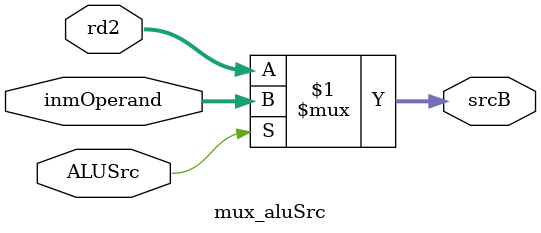
<source format=v>
module mux_aluSrc(
    input [31:0] rd2, //entrada con el valor de RD2
    input [31:0] inmOperand, //entrada con dato inmediato
    input ALUSrc,
    output [31:0] srcB
);

	//si sel es 1 selecciona la unidad de debug, si no el PC
	assign srcB = ALUSrc ? inmOperand : rd2;
    
endmodule

</source>
